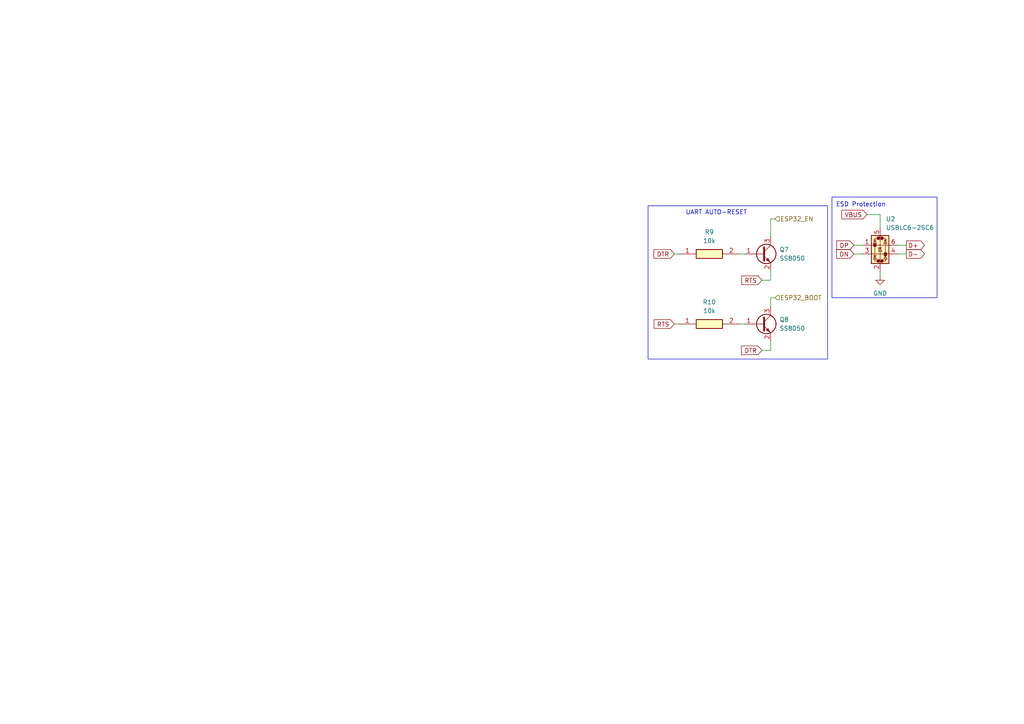
<source format=kicad_sch>
(kicad_sch
	(version 20250114)
	(generator "eeschema")
	(generator_version "9.0")
	(uuid "e91d1412-d9de-4273-aeeb-22cfb80dfe1e")
	(paper "A4")
	(title_block
		(title "USBC_UART")
	)
	(lib_symbols
		(symbol "Power_Protection:USBLC6-2SC6"
			(pin_names
				(hide yes)
			)
			(exclude_from_sim no)
			(in_bom yes)
			(on_board yes)
			(property "Reference" "U"
				(at 0.635 5.715 0)
				(effects
					(font
						(size 1.27 1.27)
					)
					(justify left)
				)
			)
			(property "Value" "USBLC6-2SC6"
				(at 0.635 3.81 0)
				(effects
					(font
						(size 1.27 1.27)
					)
					(justify left)
				)
			)
			(property "Footprint" "Package_TO_SOT_SMD:SOT-23-6"
				(at 1.27 -6.35 0)
				(effects
					(font
						(size 1.27 1.27)
						(italic yes)
					)
					(justify left)
					(hide yes)
				)
			)
			(property "Datasheet" "https://www.st.com/resource/en/datasheet/usblc6-2.pdf"
				(at 1.27 -8.255 0)
				(effects
					(font
						(size 1.27 1.27)
					)
					(justify left)
					(hide yes)
				)
			)
			(property "Description" "Very low capacitance ESD protection diode, 2 data-line, SOT-23-6"
				(at 0 0 0)
				(effects
					(font
						(size 1.27 1.27)
					)
					(hide yes)
				)
			)
			(property "ki_keywords" "usb ethernet video"
				(at 0 0 0)
				(effects
					(font
						(size 1.27 1.27)
					)
					(hide yes)
				)
			)
			(property "ki_fp_filters" "SOT?23*"
				(at 0 0 0)
				(effects
					(font
						(size 1.27 1.27)
					)
					(hide yes)
				)
			)
			(symbol "USBLC6-2SC6_0_0"
				(circle
					(center -1.524 0)
					(radius 0.0001)
					(stroke
						(width 0.508)
						(type default)
					)
					(fill
						(type none)
					)
				)
				(circle
					(center -0.508 2.032)
					(radius 0.0001)
					(stroke
						(width 0.508)
						(type default)
					)
					(fill
						(type none)
					)
				)
				(circle
					(center -0.508 -4.572)
					(radius 0.0001)
					(stroke
						(width 0.508)
						(type default)
					)
					(fill
						(type none)
					)
				)
				(circle
					(center 0.508 2.032)
					(radius 0.0001)
					(stroke
						(width 0.508)
						(type default)
					)
					(fill
						(type none)
					)
				)
				(circle
					(center 0.508 -4.572)
					(radius 0.0001)
					(stroke
						(width 0.508)
						(type default)
					)
					(fill
						(type none)
					)
				)
				(circle
					(center 1.524 -2.54)
					(radius 0.0001)
					(stroke
						(width 0.508)
						(type default)
					)
					(fill
						(type none)
					)
				)
			)
			(symbol "USBLC6-2SC6_0_1"
				(polyline
					(pts
						(xy -2.54 0) (xy 2.54 0)
					)
					(stroke
						(width 0)
						(type default)
					)
					(fill
						(type none)
					)
				)
				(polyline
					(pts
						(xy -2.54 -2.54) (xy 2.54 -2.54)
					)
					(stroke
						(width 0)
						(type default)
					)
					(fill
						(type none)
					)
				)
				(polyline
					(pts
						(xy -2.032 0.508) (xy -1.016 0.508) (xy -1.524 1.524) (xy -2.032 0.508)
					)
					(stroke
						(width 0)
						(type default)
					)
					(fill
						(type none)
					)
				)
				(polyline
					(pts
						(xy -2.032 -3.048) (xy -1.016 -3.048)
					)
					(stroke
						(width 0)
						(type default)
					)
					(fill
						(type none)
					)
				)
				(polyline
					(pts
						(xy -1.016 1.524) (xy -2.032 1.524)
					)
					(stroke
						(width 0)
						(type default)
					)
					(fill
						(type none)
					)
				)
				(polyline
					(pts
						(xy -1.016 -4.064) (xy -2.032 -4.064) (xy -1.524 -3.048) (xy -1.016 -4.064)
					)
					(stroke
						(width 0)
						(type default)
					)
					(fill
						(type none)
					)
				)
				(polyline
					(pts
						(xy -0.508 -1.143) (xy -0.508 -0.762) (xy 0.508 -0.762)
					)
					(stroke
						(width 0)
						(type default)
					)
					(fill
						(type none)
					)
				)
				(polyline
					(pts
						(xy 0 2.54) (xy -0.508 2.032) (xy 0.508 2.032) (xy 0 1.524) (xy 0 -4.064) (xy -0.508 -4.572) (xy 0.508 -4.572)
						(xy 0 -5.08)
					)
					(stroke
						(width 0)
						(type default)
					)
					(fill
						(type none)
					)
				)
				(polyline
					(pts
						(xy 0.508 -1.778) (xy -0.508 -1.778) (xy 0 -0.762) (xy 0.508 -1.778)
					)
					(stroke
						(width 0)
						(type default)
					)
					(fill
						(type none)
					)
				)
				(polyline
					(pts
						(xy 1.016 1.524) (xy 2.032 1.524)
					)
					(stroke
						(width 0)
						(type default)
					)
					(fill
						(type none)
					)
				)
				(polyline
					(pts
						(xy 1.016 -3.048) (xy 2.032 -3.048)
					)
					(stroke
						(width 0)
						(type default)
					)
					(fill
						(type none)
					)
				)
				(polyline
					(pts
						(xy 2.032 0.508) (xy 1.016 0.508) (xy 1.524 1.524) (xy 2.032 0.508)
					)
					(stroke
						(width 0)
						(type default)
					)
					(fill
						(type none)
					)
				)
				(polyline
					(pts
						(xy 2.032 -4.064) (xy 1.016 -4.064) (xy 1.524 -3.048) (xy 2.032 -4.064)
					)
					(stroke
						(width 0)
						(type default)
					)
					(fill
						(type none)
					)
				)
			)
			(symbol "USBLC6-2SC6_1_1"
				(rectangle
					(start -2.54 2.794)
					(end 2.54 -5.334)
					(stroke
						(width 0.254)
						(type default)
					)
					(fill
						(type background)
					)
				)
				(polyline
					(pts
						(xy -0.508 2.032) (xy -1.524 2.032) (xy -1.524 -4.572) (xy -0.508 -4.572)
					)
					(stroke
						(width 0)
						(type default)
					)
					(fill
						(type none)
					)
				)
				(polyline
					(pts
						(xy 0.508 -4.572) (xy 1.524 -4.572) (xy 1.524 2.032) (xy 0.508 2.032)
					)
					(stroke
						(width 0)
						(type default)
					)
					(fill
						(type none)
					)
				)
				(pin passive line
					(at -5.08 0 0)
					(length 2.54)
					(name "I/O1"
						(effects
							(font
								(size 1.27 1.27)
							)
						)
					)
					(number "1"
						(effects
							(font
								(size 1.27 1.27)
							)
						)
					)
				)
				(pin passive line
					(at -5.08 -2.54 0)
					(length 2.54)
					(name "I/O2"
						(effects
							(font
								(size 1.27 1.27)
							)
						)
					)
					(number "3"
						(effects
							(font
								(size 1.27 1.27)
							)
						)
					)
				)
				(pin passive line
					(at 0 5.08 270)
					(length 2.54)
					(name "VBUS"
						(effects
							(font
								(size 1.27 1.27)
							)
						)
					)
					(number "5"
						(effects
							(font
								(size 1.27 1.27)
							)
						)
					)
				)
				(pin passive line
					(at 0 -7.62 90)
					(length 2.54)
					(name "GND"
						(effects
							(font
								(size 1.27 1.27)
							)
						)
					)
					(number "2"
						(effects
							(font
								(size 1.27 1.27)
							)
						)
					)
				)
				(pin passive line
					(at 5.08 0 180)
					(length 2.54)
					(name "I/O1"
						(effects
							(font
								(size 1.27 1.27)
							)
						)
					)
					(number "6"
						(effects
							(font
								(size 1.27 1.27)
							)
						)
					)
				)
				(pin passive line
					(at 5.08 -2.54 180)
					(length 2.54)
					(name "I/O2"
						(effects
							(font
								(size 1.27 1.27)
							)
						)
					)
					(number "4"
						(effects
							(font
								(size 1.27 1.27)
							)
						)
					)
				)
			)
			(embedded_fonts no)
		)
		(symbol "SamacSys_Parts:ESR10EZPF1002"
			(pin_names
				(hide yes)
			)
			(exclude_from_sim no)
			(in_bom yes)
			(on_board yes)
			(property "Reference" "R"
				(at 13.97 6.35 0)
				(effects
					(font
						(size 1.27 1.27)
					)
					(justify left top)
				)
			)
			(property "Value" "ESR10EZPF1002"
				(at 13.97 3.81 0)
				(effects
					(font
						(size 1.27 1.27)
					)
					(justify left top)
				)
			)
			(property "Footprint" "RESC2012X65N"
				(at 13.97 -96.19 0)
				(effects
					(font
						(size 1.27 1.27)
					)
					(justify left top)
					(hide yes)
				)
			)
			(property "Datasheet" "https://componentsearchengine.com/Datasheets/1/ESR10EZPF1002.pdf"
				(at 13.97 -196.19 0)
				(effects
					(font
						(size 1.27 1.27)
					)
					(justify left top)
					(hide yes)
				)
			)
			(property "Description" "Thick Film Resistors - SMD 0805 10Kohm 1% Anti Surge AEC-Q200"
				(at 0 0 0)
				(effects
					(font
						(size 1.27 1.27)
					)
					(hide yes)
				)
			)
			(property "Height" "0.65"
				(at 13.97 -396.19 0)
				(effects
					(font
						(size 1.27 1.27)
					)
					(justify left top)
					(hide yes)
				)
			)
			(property "Mouser Part Number" "755-ESR10EZPF1002"
				(at 13.97 -496.19 0)
				(effects
					(font
						(size 1.27 1.27)
					)
					(justify left top)
					(hide yes)
				)
			)
			(property "Mouser Price/Stock" "https://www.mouser.co.uk/ProductDetail/ROHM-Semiconductor/ESR10EZPF1002?qs=DyUWGjl%252BcVujU2u8up15oQ%3D%3D"
				(at 13.97 -596.19 0)
				(effects
					(font
						(size 1.27 1.27)
					)
					(justify left top)
					(hide yes)
				)
			)
			(property "Manufacturer_Name" "ROHM Semiconductor"
				(at 13.97 -696.19 0)
				(effects
					(font
						(size 1.27 1.27)
					)
					(justify left top)
					(hide yes)
				)
			)
			(property "Manufacturer_Part_Number" "ESR10EZPF1002"
				(at 13.97 -796.19 0)
				(effects
					(font
						(size 1.27 1.27)
					)
					(justify left top)
					(hide yes)
				)
			)
			(symbol "ESR10EZPF1002_1_1"
				(rectangle
					(start 5.08 1.27)
					(end 12.7 -1.27)
					(stroke
						(width 0.254)
						(type default)
					)
					(fill
						(type background)
					)
				)
				(pin passive line
					(at 0 0 0)
					(length 5.08)
					(name "1"
						(effects
							(font
								(size 1.27 1.27)
							)
						)
					)
					(number "1"
						(effects
							(font
								(size 1.27 1.27)
							)
						)
					)
				)
				(pin passive line
					(at 17.78 0 180)
					(length 5.08)
					(name "2"
						(effects
							(font
								(size 1.27 1.27)
							)
						)
					)
					(number "2"
						(effects
							(font
								(size 1.27 1.27)
							)
						)
					)
				)
			)
			(embedded_fonts no)
		)
		(symbol "Transistor_BJT:SS8050"
			(pin_names
				(offset 0)
				(hide yes)
			)
			(exclude_from_sim no)
			(in_bom yes)
			(on_board yes)
			(property "Reference" "Q"
				(at 5.08 1.905 0)
				(effects
					(font
						(size 1.27 1.27)
					)
					(justify left)
				)
			)
			(property "Value" "SS8050"
				(at 5.08 0 0)
				(effects
					(font
						(size 1.27 1.27)
					)
					(justify left)
				)
			)
			(property "Footprint" "Package_TO_SOT_SMD:SOT-23"
				(at 5.08 -7.366 0)
				(effects
					(font
						(size 1.27 1.27)
						(italic yes)
					)
					(justify left)
					(hide yes)
				)
			)
			(property "Datasheet" "http://www.secosgmbh.com/datasheet/products/SSMPTransistor/SOT-23/SS8050.pdf"
				(at 5.08 -4.826 0)
				(effects
					(font
						(size 1.27 1.27)
					)
					(justify left)
					(hide yes)
				)
			)
			(property "Description" "General Purpose NPN Transistor, 1.5A Ic, 25V Vce, SOT-23"
				(at 34.036 -2.286 0)
				(effects
					(font
						(size 1.27 1.27)
					)
					(hide yes)
				)
			)
			(property "ki_keywords" "SS8050 NPN Transistor"
				(at 0 0 0)
				(effects
					(font
						(size 1.27 1.27)
					)
					(hide yes)
				)
			)
			(property "ki_fp_filters" "SOT?23*"
				(at 0 0 0)
				(effects
					(font
						(size 1.27 1.27)
					)
					(hide yes)
				)
			)
			(symbol "SS8050_0_1"
				(polyline
					(pts
						(xy -2.54 0) (xy 0.635 0)
					)
					(stroke
						(width 0)
						(type default)
					)
					(fill
						(type none)
					)
				)
				(polyline
					(pts
						(xy 0.635 1.905) (xy 0.635 -1.905)
					)
					(stroke
						(width 0.508)
						(type default)
					)
					(fill
						(type none)
					)
				)
				(circle
					(center 1.27 0)
					(radius 2.8194)
					(stroke
						(width 0.254)
						(type default)
					)
					(fill
						(type none)
					)
				)
			)
			(symbol "SS8050_1_1"
				(polyline
					(pts
						(xy 0.635 0.635) (xy 2.54 2.54)
					)
					(stroke
						(width 0)
						(type default)
					)
					(fill
						(type none)
					)
				)
				(polyline
					(pts
						(xy 0.635 -0.635) (xy 2.54 -2.54)
					)
					(stroke
						(width 0)
						(type default)
					)
					(fill
						(type none)
					)
				)
				(polyline
					(pts
						(xy 1.27 -1.778) (xy 1.778 -1.27) (xy 2.286 -2.286) (xy 1.27 -1.778)
					)
					(stroke
						(width 0)
						(type default)
					)
					(fill
						(type outline)
					)
				)
				(pin input line
					(at -5.08 0 0)
					(length 2.54)
					(name "B"
						(effects
							(font
								(size 1.27 1.27)
							)
						)
					)
					(number "1"
						(effects
							(font
								(size 1.27 1.27)
							)
						)
					)
				)
				(pin passive line
					(at 2.54 5.08 270)
					(length 2.54)
					(name "C"
						(effects
							(font
								(size 1.27 1.27)
							)
						)
					)
					(number "3"
						(effects
							(font
								(size 1.27 1.27)
							)
						)
					)
				)
				(pin passive line
					(at 2.54 -5.08 90)
					(length 2.54)
					(name "E"
						(effects
							(font
								(size 1.27 1.27)
							)
						)
					)
					(number "2"
						(effects
							(font
								(size 1.27 1.27)
							)
						)
					)
				)
			)
			(embedded_fonts no)
		)
		(symbol "power:GND"
			(power)
			(pin_numbers
				(hide yes)
			)
			(pin_names
				(offset 0)
				(hide yes)
			)
			(exclude_from_sim no)
			(in_bom yes)
			(on_board yes)
			(property "Reference" "#PWR"
				(at 0 -6.35 0)
				(effects
					(font
						(size 1.27 1.27)
					)
					(hide yes)
				)
			)
			(property "Value" "GND"
				(at 0 -3.81 0)
				(effects
					(font
						(size 1.27 1.27)
					)
				)
			)
			(property "Footprint" ""
				(at 0 0 0)
				(effects
					(font
						(size 1.27 1.27)
					)
					(hide yes)
				)
			)
			(property "Datasheet" ""
				(at 0 0 0)
				(effects
					(font
						(size 1.27 1.27)
					)
					(hide yes)
				)
			)
			(property "Description" "Power symbol creates a global label with name \"GND\" , ground"
				(at 0 0 0)
				(effects
					(font
						(size 1.27 1.27)
					)
					(hide yes)
				)
			)
			(property "ki_keywords" "global power"
				(at 0 0 0)
				(effects
					(font
						(size 1.27 1.27)
					)
					(hide yes)
				)
			)
			(symbol "GND_0_1"
				(polyline
					(pts
						(xy 0 0) (xy 0 -1.27) (xy 1.27 -1.27) (xy 0 -2.54) (xy -1.27 -1.27) (xy 0 -1.27)
					)
					(stroke
						(width 0)
						(type default)
					)
					(fill
						(type none)
					)
				)
			)
			(symbol "GND_1_1"
				(pin power_in line
					(at 0 0 270)
					(length 0)
					(name "~"
						(effects
							(font
								(size 1.27 1.27)
							)
						)
					)
					(number "1"
						(effects
							(font
								(size 1.27 1.27)
							)
						)
					)
				)
			)
			(embedded_fonts no)
		)
	)
	(rectangle
		(start 241.3 57.15)
		(end 271.78 86.36)
		(stroke
			(width 0)
			(type default)
		)
		(fill
			(type none)
		)
		(uuid 343de402-54fa-4b04-95ea-d2805aa42eb0)
	)
	(rectangle
		(start 187.96 59.69)
		(end 240.03 104.14)
		(stroke
			(width 0)
			(type default)
		)
		(fill
			(type none)
		)
		(uuid c2e94454-1b5e-47ec-bebe-063c97e497e7)
	)
	(text "UART AUTO-RESET"
		(exclude_from_sim no)
		(at 207.772 61.722 0)
		(effects
			(font
				(size 1.27 1.27)
			)
		)
		(uuid "4c36ad07-ee37-4ff2-8689-52f2d3140f37")
	)
	(text "ESD Protection"
		(exclude_from_sim no)
		(at 249.682 59.436 0)
		(effects
			(font
				(size 1.27 1.27)
			)
		)
		(uuid "d7a54c1f-3d72-40f4-a456-9e900b274144")
	)
	(wire
		(pts
			(xy 223.52 63.5) (xy 224.79 63.5)
		)
		(stroke
			(width 0)
			(type default)
		)
		(uuid "09e6446e-8aca-4253-a6f3-ee874cc50bac")
	)
	(wire
		(pts
			(xy 247.65 71.12) (xy 250.19 71.12)
		)
		(stroke
			(width 0)
			(type default)
		)
		(uuid "1af7cd63-894d-4af4-8ac2-dc2f578f3018")
	)
	(wire
		(pts
			(xy 251.46 62.23) (xy 255.27 62.23)
		)
		(stroke
			(width 0)
			(type default)
		)
		(uuid "21cdfc80-3fcc-41b2-b5cd-0eeb0874bb3b")
	)
	(wire
		(pts
			(xy 214.63 93.98) (xy 215.9 93.98)
		)
		(stroke
			(width 0)
			(type default)
		)
		(uuid "2d5d14ab-7f54-4ad7-97d8-de571761f5f5")
	)
	(wire
		(pts
			(xy 223.52 101.6) (xy 223.52 99.06)
		)
		(stroke
			(width 0)
			(type default)
		)
		(uuid "3735f4a7-f3db-47ec-8f9e-8dab97173c75")
	)
	(wire
		(pts
			(xy 223.52 81.28) (xy 223.52 78.74)
		)
		(stroke
			(width 0)
			(type default)
		)
		(uuid "38dc4ef3-c174-4562-a8e1-70d6a3d912d3")
	)
	(wire
		(pts
			(xy 247.65 73.66) (xy 250.19 73.66)
		)
		(stroke
			(width 0)
			(type default)
		)
		(uuid "51c658e8-7da5-4f3a-8216-fa2d0cdb8f16")
	)
	(wire
		(pts
			(xy 195.58 73.66) (xy 196.85 73.66)
		)
		(stroke
			(width 0)
			(type default)
		)
		(uuid "5ebcc83e-b186-4cbb-bec2-7ca7444affb2")
	)
	(wire
		(pts
			(xy 195.58 93.98) (xy 196.85 93.98)
		)
		(stroke
			(width 0)
			(type default)
		)
		(uuid "5ee6d212-f9b3-482e-a57f-3ab504f66b84")
	)
	(wire
		(pts
			(xy 260.35 71.12) (xy 262.89 71.12)
		)
		(stroke
			(width 0)
			(type default)
		)
		(uuid "6f95c99a-5079-4ac6-901a-f02b99962268")
	)
	(wire
		(pts
			(xy 255.27 62.23) (xy 255.27 66.04)
		)
		(stroke
			(width 0)
			(type default)
		)
		(uuid "812729a9-b807-4ea5-bd41-1ef878a15012")
	)
	(wire
		(pts
			(xy 220.98 81.28) (xy 223.52 81.28)
		)
		(stroke
			(width 0)
			(type default)
		)
		(uuid "c7288d65-d198-4edd-8216-4afb46a6ee63")
	)
	(wire
		(pts
			(xy 223.52 88.9) (xy 223.52 86.36)
		)
		(stroke
			(width 0)
			(type default)
		)
		(uuid "c8d55778-e180-4b98-a707-06a47c8aceb2")
	)
	(wire
		(pts
			(xy 223.52 86.36) (xy 224.79 86.36)
		)
		(stroke
			(width 0)
			(type default)
		)
		(uuid "c98a4a9a-8bfa-4610-a6a9-6ef570516cfa")
	)
	(wire
		(pts
			(xy 260.35 73.66) (xy 262.89 73.66)
		)
		(stroke
			(width 0)
			(type default)
		)
		(uuid "d34e6f22-3dc1-4711-8a91-101a96abc7b1")
	)
	(wire
		(pts
			(xy 214.63 73.66) (xy 215.9 73.66)
		)
		(stroke
			(width 0)
			(type default)
		)
		(uuid "d94ec25d-6a2d-4b44-bb42-68368fbe72ca")
	)
	(wire
		(pts
			(xy 223.52 68.58) (xy 223.52 63.5)
		)
		(stroke
			(width 0)
			(type default)
		)
		(uuid "e5908336-a11e-434e-9a5d-1047d070654b")
	)
	(wire
		(pts
			(xy 220.98 101.6) (xy 223.52 101.6)
		)
		(stroke
			(width 0)
			(type default)
		)
		(uuid "eba894d5-87ec-4d77-9b78-e7784939ae1e")
	)
	(wire
		(pts
			(xy 255.27 80.01) (xy 255.27 78.74)
		)
		(stroke
			(width 0)
			(type default)
		)
		(uuid "ffea63a7-3d13-4b83-961b-4c800e59ae6c")
	)
	(global_label "DP"
		(shape input)
		(at 247.65 71.12 180)
		(fields_autoplaced yes)
		(effects
			(font
				(size 1.27 1.27)
			)
			(justify right)
		)
		(uuid "037df818-f8ea-4269-a29c-5762956475b8")
		(property "Intersheetrefs" "${INTERSHEET_REFS}"
			(at 242.1248 71.12 0)
			(effects
				(font
					(size 1.27 1.27)
				)
				(justify right)
				(hide yes)
			)
		)
	)
	(global_label "DTR"
		(shape input)
		(at 195.58 73.66 180)
		(fields_autoplaced yes)
		(effects
			(font
				(size 1.27 1.27)
			)
			(justify right)
		)
		(uuid "2d71712d-8434-46bd-a4cc-21800e1a7bb0")
		(property "Intersheetrefs" "${INTERSHEET_REFS}"
			(at 189.0872 73.66 0)
			(effects
				(font
					(size 1.27 1.27)
				)
				(justify right)
				(hide yes)
			)
		)
	)
	(global_label "DN"
		(shape input)
		(at 247.65 73.66 180)
		(fields_autoplaced yes)
		(effects
			(font
				(size 1.27 1.27)
			)
			(justify right)
		)
		(uuid "504b81c5-62d6-4d5c-b367-22e694c88ce9")
		(property "Intersheetrefs" "${INTERSHEET_REFS}"
			(at 242.0643 73.66 0)
			(effects
				(font
					(size 1.27 1.27)
				)
				(justify right)
				(hide yes)
			)
		)
	)
	(global_label "RTS"
		(shape input)
		(at 220.98 81.28 180)
		(fields_autoplaced yes)
		(effects
			(font
				(size 1.27 1.27)
			)
			(justify right)
		)
		(uuid "5f5c0c74-27e4-4131-9073-71f3f0020539")
		(property "Intersheetrefs" "${INTERSHEET_REFS}"
			(at 214.5477 81.28 0)
			(effects
				(font
					(size 1.27 1.27)
				)
				(justify right)
				(hide yes)
			)
		)
	)
	(global_label "VBUS"
		(shape input)
		(at 251.46 62.23 180)
		(fields_autoplaced yes)
		(effects
			(font
				(size 1.27 1.27)
			)
			(justify right)
		)
		(uuid "6831956c-48af-4ed3-8dd3-00fb42cafd37")
		(property "Intersheetrefs" "${INTERSHEET_REFS}"
			(at 243.5762 62.23 0)
			(effects
				(font
					(size 1.27 1.27)
				)
				(justify right)
				(hide yes)
			)
		)
	)
	(global_label "D+"
		(shape output)
		(at 262.89 71.12 0)
		(fields_autoplaced yes)
		(effects
			(font
				(size 1.27 1.27)
			)
			(justify left)
		)
		(uuid "7515432a-7053-409c-95e1-2cfa2f56171a")
		(property "Intersheetrefs" "${INTERSHEET_REFS}"
			(at 268.7176 71.12 0)
			(effects
				(font
					(size 1.27 1.27)
				)
				(justify left)
				(hide yes)
			)
		)
	)
	(global_label "DTR"
		(shape input)
		(at 220.98 101.6 180)
		(fields_autoplaced yes)
		(effects
			(font
				(size 1.27 1.27)
			)
			(justify right)
		)
		(uuid "7638b4e5-9a8f-45d1-8495-6e7e532424d4")
		(property "Intersheetrefs" "${INTERSHEET_REFS}"
			(at 214.4872 101.6 0)
			(effects
				(font
					(size 1.27 1.27)
				)
				(justify right)
				(hide yes)
			)
		)
	)
	(global_label "RTS"
		(shape input)
		(at 195.58 93.98 180)
		(fields_autoplaced yes)
		(effects
			(font
				(size 1.27 1.27)
			)
			(justify right)
		)
		(uuid "8b402e48-a78c-4d2d-b136-3e0747698f98")
		(property "Intersheetrefs" "${INTERSHEET_REFS}"
			(at 189.1477 93.98 0)
			(effects
				(font
					(size 1.27 1.27)
				)
				(justify right)
				(hide yes)
			)
		)
	)
	(global_label "D-"
		(shape output)
		(at 262.89 73.66 0)
		(fields_autoplaced yes)
		(effects
			(font
				(size 1.27 1.27)
			)
			(justify left)
		)
		(uuid "fb42eef8-c32f-4dc3-aaa9-c183d60625e8")
		(property "Intersheetrefs" "${INTERSHEET_REFS}"
			(at 268.7176 73.66 0)
			(effects
				(font
					(size 1.27 1.27)
				)
				(justify left)
				(hide yes)
			)
		)
	)
	(hierarchical_label "ESP32_BOOT"
		(shape input)
		(at 224.79 86.36 0)
		(effects
			(font
				(size 1.27 1.27)
			)
			(justify left)
		)
		(uuid "5de8f5b7-2b33-490f-81c5-79ffcad16f36")
	)
	(hierarchical_label "ESP32_EN"
		(shape input)
		(at 224.79 63.5 0)
		(effects
			(font
				(size 1.27 1.27)
			)
			(justify left)
		)
		(uuid "933c95a4-9902-4706-a22e-a89861121048")
	)
	(symbol
		(lib_id "Transistor_BJT:SS8050")
		(at 220.98 93.98 0)
		(unit 1)
		(exclude_from_sim no)
		(in_bom yes)
		(on_board yes)
		(dnp no)
		(fields_autoplaced yes)
		(uuid "50123ca9-6b69-4642-8656-252e48eab817")
		(property "Reference" "Q8"
			(at 226.06 92.7099 0)
			(effects
				(font
					(size 1.27 1.27)
				)
				(justify left)
			)
		)
		(property "Value" "SS8050"
			(at 226.06 95.2499 0)
			(effects
				(font
					(size 1.27 1.27)
				)
				(justify left)
			)
		)
		(property "Footprint" "Package_TO_SOT_SMD:SOT-23"
			(at 226.06 101.346 0)
			(effects
				(font
					(size 1.27 1.27)
					(italic yes)
				)
				(justify left)
				(hide yes)
			)
		)
		(property "Datasheet" "http://www.secosgmbh.com/datasheet/products/SSMPTransistor/SOT-23/SS8050.pdf"
			(at 226.06 98.806 0)
			(effects
				(font
					(size 1.27 1.27)
				)
				(justify left)
				(hide yes)
			)
		)
		(property "Description" "General Purpose NPN Transistor, 1.5A Ic, 25V Vce, SOT-23"
			(at 255.016 96.266 0)
			(effects
				(font
					(size 1.27 1.27)
				)
				(hide yes)
			)
		)
		(property "Arrow Part Number" ""
			(at 220.98 93.98 0)
			(effects
				(font
					(size 1.27 1.27)
				)
				(hide yes)
			)
		)
		(property "Arrow Price/Stock" ""
			(at 220.98 93.98 0)
			(effects
				(font
					(size 1.27 1.27)
				)
				(hide yes)
			)
		)
		(pin "2"
			(uuid "6a627dbb-2262-44bd-80f1-a547c2d51c5c")
		)
		(pin "3"
			(uuid "b25cb8ff-92a7-485a-b7d5-57987a52464a")
		)
		(pin "1"
			(uuid "95ee5499-9c8c-4a54-a822-86b789323f15")
		)
		(instances
			(project "BLDC Controller"
				(path "/473f6d91-eb15-49f0-aa00-e4212556f75e/ceffeaa3-a949-4c33-b12e-6c67a30794ec"
					(reference "Q8")
					(unit 1)
				)
			)
		)
	)
	(symbol
		(lib_id "Transistor_BJT:SS8050")
		(at 220.98 73.66 0)
		(unit 1)
		(exclude_from_sim no)
		(in_bom yes)
		(on_board yes)
		(dnp no)
		(fields_autoplaced yes)
		(uuid "bb6f81ce-c383-45c1-a8d2-6217deda7db3")
		(property "Reference" "Q7"
			(at 226.06 72.3899 0)
			(effects
				(font
					(size 1.27 1.27)
				)
				(justify left)
			)
		)
		(property "Value" "SS8050"
			(at 226.06 74.9299 0)
			(effects
				(font
					(size 1.27 1.27)
				)
				(justify left)
			)
		)
		(property "Footprint" "Package_TO_SOT_SMD:SOT-23"
			(at 226.06 81.026 0)
			(effects
				(font
					(size 1.27 1.27)
					(italic yes)
				)
				(justify left)
				(hide yes)
			)
		)
		(property "Datasheet" "http://www.secosgmbh.com/datasheet/products/SSMPTransistor/SOT-23/SS8050.pdf"
			(at 226.06 78.486 0)
			(effects
				(font
					(size 1.27 1.27)
				)
				(justify left)
				(hide yes)
			)
		)
		(property "Description" "General Purpose NPN Transistor, 1.5A Ic, 25V Vce, SOT-23"
			(at 255.016 75.946 0)
			(effects
				(font
					(size 1.27 1.27)
				)
				(hide yes)
			)
		)
		(property "Arrow Part Number" ""
			(at 220.98 73.66 0)
			(effects
				(font
					(size 1.27 1.27)
				)
				(hide yes)
			)
		)
		(property "Arrow Price/Stock" ""
			(at 220.98 73.66 0)
			(effects
				(font
					(size 1.27 1.27)
				)
				(hide yes)
			)
		)
		(pin "2"
			(uuid "e9f96507-3703-4d20-bd87-7ff35cd1ecd5")
		)
		(pin "3"
			(uuid "714ee2ae-fbed-4b66-ae54-b94678badce8")
		)
		(pin "1"
			(uuid "27551363-4c63-4b6f-a9dd-5bb94cf6034e")
		)
		(instances
			(project ""
				(path "/473f6d91-eb15-49f0-aa00-e4212556f75e/ceffeaa3-a949-4c33-b12e-6c67a30794ec"
					(reference "Q7")
					(unit 1)
				)
			)
		)
	)
	(symbol
		(lib_id "SamacSys_Parts:ESR10EZPF1002")
		(at 196.85 93.98 0)
		(unit 1)
		(exclude_from_sim no)
		(in_bom yes)
		(on_board yes)
		(dnp no)
		(fields_autoplaced yes)
		(uuid "bc993d2f-6130-4036-842f-a87899858de2")
		(property "Reference" "R10"
			(at 205.74 87.63 0)
			(effects
				(font
					(size 1.27 1.27)
				)
			)
		)
		(property "Value" "10k"
			(at 205.74 90.17 0)
			(effects
				(font
					(size 1.27 1.27)
				)
			)
		)
		(property "Footprint" "RESC2012X65N"
			(at 210.82 190.17 0)
			(effects
				(font
					(size 1.27 1.27)
				)
				(justify left top)
				(hide yes)
			)
		)
		(property "Datasheet" "https://componentsearchengine.com/Datasheets/1/ESR10EZPF1002.pdf"
			(at 210.82 290.17 0)
			(effects
				(font
					(size 1.27 1.27)
				)
				(justify left top)
				(hide yes)
			)
		)
		(property "Description" "Thick Film Resistors - SMD 0805 10Kohm 1% Anti Surge AEC-Q200"
			(at 196.85 93.98 0)
			(effects
				(font
					(size 1.27 1.27)
				)
				(hide yes)
			)
		)
		(property "Height" "0.65"
			(at 210.82 490.17 0)
			(effects
				(font
					(size 1.27 1.27)
				)
				(justify left top)
				(hide yes)
			)
		)
		(property "Mouser Part Number" "755-ESR10EZPF1002"
			(at 210.82 590.17 0)
			(effects
				(font
					(size 1.27 1.27)
				)
				(justify left top)
				(hide yes)
			)
		)
		(property "Mouser Price/Stock" "https://www.mouser.co.uk/ProductDetail/ROHM-Semiconductor/ESR10EZPF1002?qs=DyUWGjl%252BcVujU2u8up15oQ%3D%3D"
			(at 210.82 690.17 0)
			(effects
				(font
					(size 1.27 1.27)
				)
				(justify left top)
				(hide yes)
			)
		)
		(property "Manufacturer_Name" "ROHM Semiconductor"
			(at 210.82 790.17 0)
			(effects
				(font
					(size 1.27 1.27)
				)
				(justify left top)
				(hide yes)
			)
		)
		(property "Manufacturer_Part_Number" "ESR10EZPF1002"
			(at 210.82 890.17 0)
			(effects
				(font
					(size 1.27 1.27)
				)
				(justify left top)
				(hide yes)
			)
		)
		(property "Arrow Part Number" ""
			(at 196.85 93.98 0)
			(effects
				(font
					(size 1.27 1.27)
				)
				(hide yes)
			)
		)
		(property "Arrow Price/Stock" ""
			(at 196.85 93.98 0)
			(effects
				(font
					(size 1.27 1.27)
				)
				(hide yes)
			)
		)
		(pin "2"
			(uuid "d8fca9d0-9e38-440c-bd09-4cf181f5e6f6")
		)
		(pin "1"
			(uuid "c51a73c1-af78-463f-91c1-4203466ea813")
		)
		(instances
			(project "BLDC Controller"
				(path "/473f6d91-eb15-49f0-aa00-e4212556f75e/ceffeaa3-a949-4c33-b12e-6c67a30794ec"
					(reference "R10")
					(unit 1)
				)
			)
		)
	)
	(symbol
		(lib_id "power:GND")
		(at 255.27 80.01 0)
		(unit 1)
		(exclude_from_sim no)
		(in_bom yes)
		(on_board yes)
		(dnp no)
		(fields_autoplaced yes)
		(uuid "c1b92975-8df8-4acd-bd22-6374dadb00b6")
		(property "Reference" "#PWR020"
			(at 255.27 86.36 0)
			(effects
				(font
					(size 1.27 1.27)
				)
				(hide yes)
			)
		)
		(property "Value" "GND"
			(at 255.27 85.09 0)
			(effects
				(font
					(size 1.27 1.27)
				)
			)
		)
		(property "Footprint" ""
			(at 255.27 80.01 0)
			(effects
				(font
					(size 1.27 1.27)
				)
				(hide yes)
			)
		)
		(property "Datasheet" ""
			(at 255.27 80.01 0)
			(effects
				(font
					(size 1.27 1.27)
				)
				(hide yes)
			)
		)
		(property "Description" "Power symbol creates a global label with name \"GND\" , ground"
			(at 255.27 80.01 0)
			(effects
				(font
					(size 1.27 1.27)
				)
				(hide yes)
			)
		)
		(pin "1"
			(uuid "3538001f-23af-48c2-98e4-4846982b3808")
		)
		(instances
			(project "BLDC Controller"
				(path "/473f6d91-eb15-49f0-aa00-e4212556f75e/ceffeaa3-a949-4c33-b12e-6c67a30794ec"
					(reference "#PWR020")
					(unit 1)
				)
			)
		)
	)
	(symbol
		(lib_id "Power_Protection:USBLC6-2SC6")
		(at 255.27 71.12 0)
		(unit 1)
		(exclude_from_sim no)
		(in_bom yes)
		(on_board yes)
		(dnp no)
		(fields_autoplaced yes)
		(uuid "c3e2598a-0cf0-4ae0-893e-c5b3baff830b")
		(property "Reference" "U2"
			(at 256.9211 63.5 0)
			(effects
				(font
					(size 1.27 1.27)
				)
				(justify left)
			)
		)
		(property "Value" "USBLC6-2SC6"
			(at 256.9211 66.04 0)
			(effects
				(font
					(size 1.27 1.27)
				)
				(justify left)
			)
		)
		(property "Footprint" "Package_TO_SOT_SMD:SOT-23-6"
			(at 256.54 77.47 0)
			(effects
				(font
					(size 1.27 1.27)
					(italic yes)
				)
				(justify left)
				(hide yes)
			)
		)
		(property "Datasheet" "https://www.st.com/resource/en/datasheet/usblc6-2.pdf"
			(at 256.54 79.375 0)
			(effects
				(font
					(size 1.27 1.27)
				)
				(justify left)
				(hide yes)
			)
		)
		(property "Description" "Very low capacitance ESD protection diode, 2 data-line, SOT-23-6"
			(at 255.27 71.12 0)
			(effects
				(font
					(size 1.27 1.27)
				)
				(hide yes)
			)
		)
		(property "Arrow Part Number" ""
			(at 255.27 71.12 0)
			(effects
				(font
					(size 1.27 1.27)
				)
				(hide yes)
			)
		)
		(property "Arrow Price/Stock" ""
			(at 255.27 71.12 0)
			(effects
				(font
					(size 1.27 1.27)
				)
				(hide yes)
			)
		)
		(pin "5"
			(uuid "ae58040c-1bc7-4521-9567-cde16f482230")
		)
		(pin "4"
			(uuid "e64a8104-4a65-4327-8060-db737b1022eb")
		)
		(pin "6"
			(uuid "89c5795c-7b92-490f-91c7-aa9fc5ae9144")
		)
		(pin "2"
			(uuid "8eaccd30-d26f-4aba-84a2-48cba96c0c74")
		)
		(pin "3"
			(uuid "7fd8be43-9dd5-469a-8c02-aca38f29a1cb")
		)
		(pin "1"
			(uuid "b34efcc3-caa2-4674-beb1-a96cd3358fb4")
		)
		(instances
			(project ""
				(path "/473f6d91-eb15-49f0-aa00-e4212556f75e/ceffeaa3-a949-4c33-b12e-6c67a30794ec"
					(reference "U2")
					(unit 1)
				)
			)
		)
	)
	(symbol
		(lib_id "SamacSys_Parts:ESR10EZPF1002")
		(at 196.85 73.66 0)
		(unit 1)
		(exclude_from_sim no)
		(in_bom yes)
		(on_board yes)
		(dnp no)
		(fields_autoplaced yes)
		(uuid "e951b0b6-1783-4ee9-913c-c7c1f3cf2be1")
		(property "Reference" "R9"
			(at 205.74 67.31 0)
			(effects
				(font
					(size 1.27 1.27)
				)
			)
		)
		(property "Value" "10k"
			(at 205.74 69.85 0)
			(effects
				(font
					(size 1.27 1.27)
				)
			)
		)
		(property "Footprint" "RESC2012X65N"
			(at 210.82 169.85 0)
			(effects
				(font
					(size 1.27 1.27)
				)
				(justify left top)
				(hide yes)
			)
		)
		(property "Datasheet" "https://componentsearchengine.com/Datasheets/1/ESR10EZPF1002.pdf"
			(at 210.82 269.85 0)
			(effects
				(font
					(size 1.27 1.27)
				)
				(justify left top)
				(hide yes)
			)
		)
		(property "Description" "Thick Film Resistors - SMD 0805 10Kohm 1% Anti Surge AEC-Q200"
			(at 196.85 73.66 0)
			(effects
				(font
					(size 1.27 1.27)
				)
				(hide yes)
			)
		)
		(property "Height" "0.65"
			(at 210.82 469.85 0)
			(effects
				(font
					(size 1.27 1.27)
				)
				(justify left top)
				(hide yes)
			)
		)
		(property "Mouser Part Number" "755-ESR10EZPF1002"
			(at 210.82 569.85 0)
			(effects
				(font
					(size 1.27 1.27)
				)
				(justify left top)
				(hide yes)
			)
		)
		(property "Mouser Price/Stock" "https://www.mouser.co.uk/ProductDetail/ROHM-Semiconductor/ESR10EZPF1002?qs=DyUWGjl%252BcVujU2u8up15oQ%3D%3D"
			(at 210.82 669.85 0)
			(effects
				(font
					(size 1.27 1.27)
				)
				(justify left top)
				(hide yes)
			)
		)
		(property "Manufacturer_Name" "ROHM Semiconductor"
			(at 210.82 769.85 0)
			(effects
				(font
					(size 1.27 1.27)
				)
				(justify left top)
				(hide yes)
			)
		)
		(property "Manufacturer_Part_Number" "ESR10EZPF1002"
			(at 210.82 869.85 0)
			(effects
				(font
					(size 1.27 1.27)
				)
				(justify left top)
				(hide yes)
			)
		)
		(property "Arrow Part Number" ""
			(at 196.85 73.66 0)
			(effects
				(font
					(size 1.27 1.27)
				)
				(hide yes)
			)
		)
		(property "Arrow Price/Stock" ""
			(at 196.85 73.66 0)
			(effects
				(font
					(size 1.27 1.27)
				)
				(hide yes)
			)
		)
		(pin "2"
			(uuid "789c3a4c-f72c-4e10-94e3-369f6ecb04d8")
		)
		(pin "1"
			(uuid "2dd71ab3-d955-4c33-bb24-d8992957f671")
		)
		(instances
			(project ""
				(path "/473f6d91-eb15-49f0-aa00-e4212556f75e/ceffeaa3-a949-4c33-b12e-6c67a30794ec"
					(reference "R9")
					(unit 1)
				)
			)
		)
	)
)

</source>
